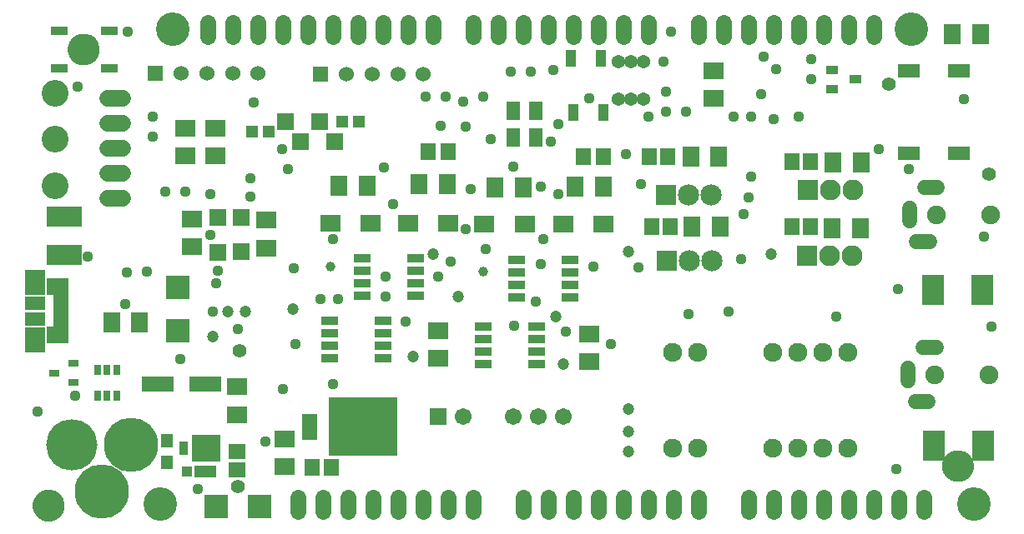
<source format=gbr>
G04 EAGLE Gerber RS-274X export*
G75*
%MOMM*%
%FSLAX34Y34*%
%LPD*%
%INSoldermask Top*%
%IPPOS*%
%AMOC8*
5,1,8,0,0,1.08239X$1,22.5*%
G01*
%ADD10C,3.403200*%
%ADD11R,7.000000X6.000000*%
%ADD12R,1.703200X1.703200*%
%ADD13R,2.006200X1.803200*%
%ADD14R,1.727200X0.965200*%
%ADD15C,1.727200*%
%ADD16C,1.625600*%
%ADD17R,3.203200X1.603200*%
%ADD18R,1.203200X1.403200*%
%ADD19R,3.603200X2.103200*%
%ADD20R,2.870200X2.743200*%
%ADD21R,0.965200X1.473200*%
%ADD22R,2.203200X1.303200*%
%ADD23R,1.003200X1.003200*%
%ADD24R,1.524000X1.524000*%
%ADD25C,1.524000*%
%ADD26R,2.003200X1.803200*%
%ADD27R,1.728200X0.853200*%
%ADD28R,2.123200X2.123200*%
%ADD29C,2.123200*%
%ADD30R,2.153200X2.153200*%
%ADD31C,2.153200*%
%ADD32R,1.803200X2.006200*%
%ADD33R,2.006600X1.676400*%
%ADD34C,1.511200*%
%ADD35C,1.903200*%
%ADD36C,1.928200*%
%ADD37R,1.618200X0.653200*%
%ADD38R,1.711200X1.711200*%
%ADD39C,1.711200*%
%ADD40R,0.711200X1.079500*%
%ADD41R,1.066800X0.685800*%
%ADD42R,1.703200X1.503200*%
%ADD43R,1.503200X1.703200*%
%ADD44R,1.803200X2.003200*%
%ADD45R,1.583200X0.653200*%
%ADD46R,2.303200X1.678200*%
%ADD47R,2.103200X1.378200*%
%ADD48R,2.103200X2.578200*%
%ADD49C,2.184400*%
%ADD50C,1.219200*%
%ADD51R,2.353200X2.403200*%
%ADD52R,2.403200X2.353200*%
%ADD53R,1.503200X1.803200*%
%ADD54C,1.371200*%
%ADD55C,2.723200*%
%ADD56R,1.203200X0.903200*%
%ADD57R,2.228200X1.478200*%
%ADD58R,1.453200X1.953200*%
%ADD59C,5.503200*%
%ADD60C,5.203200*%
%ADD61R,1.066800X1.803400*%
%ADD62R,1.203200X1.303200*%
%ADD63C,1.003200*%
%ADD64C,1.203200*%
%ADD65R,2.223200X3.153200*%
%ADD66C,1.117600*%
%ADD67C,1.422400*%


D10*
X965160Y25560D03*
X152360Y508160D03*
X901660Y508160D03*
X139660Y25560D03*
D11*
X345740Y104300D03*
D12*
X198230Y281910D03*
X198230Y316910D03*
X222200Y282390D03*
X222200Y317390D03*
D13*
X172230Y287140D03*
X172230Y315580D03*
X247160Y285870D03*
X247160Y314310D03*
D14*
X87800Y469140D03*
X37000Y469140D03*
X87800Y507240D03*
X37000Y507240D03*
D15*
X86320Y387510D02*
X101560Y387510D01*
X101560Y412910D02*
X86320Y412910D01*
X86320Y438310D02*
X101560Y438310D01*
X101560Y362110D02*
X86320Y362110D01*
X86320Y336710D02*
X101560Y336710D01*
D16*
X634960Y501048D02*
X634960Y515272D01*
X609560Y515272D02*
X609560Y501048D01*
X584160Y501048D02*
X584160Y515272D01*
X558760Y515272D02*
X558760Y501048D01*
X533360Y501048D02*
X533360Y515272D01*
X507960Y515272D02*
X507960Y501048D01*
X482560Y501048D02*
X482560Y515272D01*
X457160Y515272D02*
X457160Y501048D01*
X416520Y501048D02*
X416520Y515272D01*
X391120Y515272D02*
X391120Y501048D01*
X365720Y501048D02*
X365720Y515272D01*
X340320Y515272D02*
X340320Y501048D01*
X314920Y501048D02*
X314920Y515272D01*
X289520Y515272D02*
X289520Y501048D01*
X264120Y501048D02*
X264120Y515272D01*
X238720Y515272D02*
X238720Y501048D01*
X213320Y501048D02*
X213320Y515272D01*
X187920Y515272D02*
X187920Y501048D01*
D17*
X137504Y148242D03*
X185504Y148242D03*
D16*
X279360Y32672D02*
X279360Y18448D01*
X304760Y18448D02*
X304760Y32672D01*
X330160Y32672D02*
X330160Y18448D01*
X355560Y18448D02*
X355560Y32672D01*
X380960Y32672D02*
X380960Y18448D01*
X406360Y18448D02*
X406360Y32672D01*
X431760Y32672D02*
X431760Y18448D01*
X457160Y18448D02*
X457160Y32672D01*
X507960Y32672D02*
X507960Y18448D01*
X533360Y18448D02*
X533360Y32672D01*
X558760Y32672D02*
X558760Y18448D01*
X584160Y18448D02*
X584160Y32672D01*
X609560Y32672D02*
X609560Y18448D01*
X634960Y18448D02*
X634960Y32672D01*
X660360Y32672D02*
X660360Y18448D01*
X685760Y18448D02*
X685760Y32672D01*
X685760Y501048D02*
X685760Y515272D01*
X711160Y515272D02*
X711160Y501048D01*
X736560Y501048D02*
X736560Y515272D01*
X761960Y515272D02*
X761960Y501048D01*
X787360Y501048D02*
X787360Y515272D01*
X812760Y515272D02*
X812760Y501048D01*
X838160Y501048D02*
X838160Y515272D01*
X863560Y515272D02*
X863560Y501048D01*
X736560Y32672D02*
X736560Y18448D01*
X761960Y18448D02*
X761960Y32672D01*
X787360Y32672D02*
X787360Y18448D01*
X812760Y18448D02*
X812760Y32672D01*
X838160Y32672D02*
X838160Y18448D01*
X863560Y18448D02*
X863560Y32672D01*
X888960Y32672D02*
X888960Y18448D01*
X914360Y18448D02*
X914360Y32672D01*
D18*
X146264Y67900D03*
X146264Y89900D03*
D19*
X42632Y318364D03*
X42632Y279364D03*
D20*
X186792Y82456D03*
D21*
X163292Y82456D03*
D22*
X185776Y59088D03*
D23*
X166776Y59088D03*
D24*
X134580Y463710D03*
D25*
X160742Y463710D03*
X186904Y463710D03*
X213066Y463710D03*
X239228Y463710D03*
D24*
X302220Y462440D03*
D25*
X328382Y462440D03*
X354544Y462440D03*
X380706Y462440D03*
X406868Y462440D03*
D26*
X701000Y466280D03*
X701000Y438280D03*
D27*
X344950Y275750D03*
X344950Y263050D03*
X344950Y250350D03*
X344950Y237650D03*
X399190Y237650D03*
X399190Y250350D03*
X399190Y263050D03*
X399190Y275750D03*
D28*
X796250Y278290D03*
D29*
X819150Y278290D03*
X842050Y278290D03*
D30*
X654010Y273210D03*
D31*
X676910Y273210D03*
X699810Y273210D03*
D32*
X821400Y306230D03*
X849840Y306230D03*
X430740Y350680D03*
X402300Y350680D03*
X321020Y349410D03*
X349460Y349410D03*
X707600Y307500D03*
X679160Y307500D03*
D33*
X390993Y311310D03*
X431887Y311310D03*
X312253Y311310D03*
X353147Y311310D03*
D27*
X311930Y212250D03*
X311930Y199550D03*
X311930Y186850D03*
X311930Y174150D03*
X366170Y174150D03*
X366170Y186850D03*
X366170Y199550D03*
X366170Y212250D03*
D13*
X421600Y202340D03*
X421600Y173900D03*
D34*
X898550Y163980D02*
X898550Y150900D01*
X914010Y184940D02*
X927090Y184940D01*
X919090Y129940D02*
X906010Y129940D01*
D35*
X980550Y157440D03*
X925550Y157440D03*
D27*
X501360Y273800D03*
X501360Y261100D03*
X501360Y248400D03*
X501360Y235700D03*
X555600Y235700D03*
X555600Y248400D03*
X555600Y261100D03*
X555600Y273800D03*
D28*
X796450Y344920D03*
D29*
X819350Y344920D03*
X842250Y344920D03*
D30*
X652940Y339840D03*
D31*
X675840Y339840D03*
X698740Y339840D03*
D32*
X822470Y372950D03*
X850910Y372950D03*
X589290Y348820D03*
X560850Y348820D03*
X479570Y347550D03*
X508010Y347550D03*
X706530Y379210D03*
X678090Y379210D03*
D33*
X548673Y310630D03*
X589567Y310630D03*
X468663Y310630D03*
X509557Y310630D03*
D27*
X467070Y206490D03*
X467070Y193790D03*
X467070Y181090D03*
X467070Y168390D03*
X521310Y168390D03*
X521310Y181090D03*
X521310Y193790D03*
X521310Y206490D03*
D13*
X574680Y198730D03*
X574680Y170290D03*
D34*
X899820Y313460D02*
X899820Y326540D01*
X915280Y347500D02*
X928360Y347500D01*
X920360Y292500D02*
X907280Y292500D01*
D35*
X981820Y320000D03*
X926820Y320000D03*
D36*
X659290Y180090D03*
X684690Y180090D03*
X760890Y180090D03*
X786290Y180090D03*
X811690Y180090D03*
X837090Y180090D03*
X659290Y82300D03*
X684690Y82300D03*
X760890Y82300D03*
X786290Y82300D03*
X811690Y82300D03*
X837090Y82300D03*
D37*
X291140Y114290D03*
X291140Y107790D03*
X291140Y101290D03*
X291140Y94790D03*
X334980Y94790D03*
X334980Y101290D03*
X334980Y107790D03*
X334980Y114290D03*
D38*
X422160Y114920D03*
D39*
X447560Y114920D03*
X498360Y114920D03*
X523760Y114920D03*
X549160Y114920D03*
D40*
X76460Y135896D03*
X85960Y135896D03*
X95460Y135896D03*
X95460Y162185D03*
X85960Y162185D03*
X76460Y162185D03*
D41*
X51412Y149700D03*
X51412Y168700D03*
X32108Y159200D03*
D13*
X217380Y116760D03*
X217380Y145200D03*
D42*
X217920Y60580D03*
X217920Y79580D03*
D43*
X294060Y62780D03*
X313060Y62780D03*
D13*
X266060Y92260D03*
X266060Y63820D03*
D44*
X118880Y210080D03*
X90880Y210080D03*
D45*
X39100Y235000D03*
X39100Y228500D03*
X39100Y222000D03*
X39100Y215500D03*
X39100Y209000D03*
D46*
X35500Y197475D03*
X35500Y246525D03*
D47*
X12500Y230375D03*
X12500Y213625D03*
D48*
X12500Y251125D03*
X12500Y192875D03*
D13*
X195540Y379640D03*
X195540Y408080D03*
X165060Y379640D03*
X165060Y408080D03*
D49*
X57190Y487840D02*
X57192Y487981D01*
X57198Y488122D01*
X57208Y488262D01*
X57222Y488402D01*
X57240Y488542D01*
X57261Y488681D01*
X57287Y488820D01*
X57316Y488958D01*
X57350Y489094D01*
X57387Y489230D01*
X57428Y489365D01*
X57473Y489499D01*
X57522Y489631D01*
X57574Y489762D01*
X57630Y489891D01*
X57690Y490018D01*
X57753Y490144D01*
X57819Y490268D01*
X57890Y490391D01*
X57963Y490511D01*
X58040Y490629D01*
X58120Y490745D01*
X58204Y490858D01*
X58290Y490969D01*
X58380Y491078D01*
X58473Y491184D01*
X58568Y491287D01*
X58667Y491388D01*
X58768Y491486D01*
X58872Y491581D01*
X58979Y491673D01*
X59088Y491762D01*
X59200Y491847D01*
X59314Y491930D01*
X59430Y492010D01*
X59549Y492086D01*
X59670Y492158D01*
X59792Y492228D01*
X59917Y492293D01*
X60043Y492356D01*
X60171Y492414D01*
X60301Y492469D01*
X60432Y492521D01*
X60565Y492568D01*
X60699Y492612D01*
X60834Y492653D01*
X60970Y492689D01*
X61107Y492721D01*
X61245Y492750D01*
X61383Y492775D01*
X61523Y492795D01*
X61663Y492812D01*
X61803Y492825D01*
X61944Y492834D01*
X62084Y492839D01*
X62225Y492840D01*
X62366Y492837D01*
X62507Y492830D01*
X62647Y492819D01*
X62787Y492804D01*
X62927Y492785D01*
X63066Y492763D01*
X63204Y492736D01*
X63342Y492706D01*
X63478Y492671D01*
X63614Y492633D01*
X63748Y492591D01*
X63882Y492545D01*
X64014Y492496D01*
X64144Y492442D01*
X64273Y492385D01*
X64400Y492325D01*
X64526Y492261D01*
X64649Y492193D01*
X64771Y492122D01*
X64891Y492048D01*
X65008Y491970D01*
X65123Y491889D01*
X65236Y491805D01*
X65347Y491718D01*
X65455Y491627D01*
X65560Y491534D01*
X65663Y491437D01*
X65763Y491338D01*
X65860Y491236D01*
X65954Y491131D01*
X66045Y491024D01*
X66133Y490914D01*
X66218Y490802D01*
X66300Y490687D01*
X66379Y490570D01*
X66454Y490451D01*
X66526Y490330D01*
X66594Y490207D01*
X66659Y490082D01*
X66721Y489955D01*
X66778Y489826D01*
X66833Y489696D01*
X66883Y489565D01*
X66930Y489432D01*
X66973Y489298D01*
X67012Y489162D01*
X67047Y489026D01*
X67079Y488889D01*
X67106Y488751D01*
X67130Y488612D01*
X67150Y488472D01*
X67166Y488332D01*
X67178Y488192D01*
X67186Y488051D01*
X67190Y487910D01*
X67190Y487770D01*
X67186Y487629D01*
X67178Y487488D01*
X67166Y487348D01*
X67150Y487208D01*
X67130Y487068D01*
X67106Y486929D01*
X67079Y486791D01*
X67047Y486654D01*
X67012Y486518D01*
X66973Y486382D01*
X66930Y486248D01*
X66883Y486115D01*
X66833Y485984D01*
X66778Y485854D01*
X66721Y485725D01*
X66659Y485598D01*
X66594Y485473D01*
X66526Y485350D01*
X66454Y485229D01*
X66379Y485110D01*
X66300Y484993D01*
X66218Y484878D01*
X66133Y484766D01*
X66045Y484656D01*
X65954Y484549D01*
X65860Y484444D01*
X65763Y484342D01*
X65663Y484243D01*
X65560Y484146D01*
X65455Y484053D01*
X65347Y483962D01*
X65236Y483875D01*
X65123Y483791D01*
X65008Y483710D01*
X64891Y483632D01*
X64771Y483558D01*
X64649Y483487D01*
X64526Y483419D01*
X64400Y483355D01*
X64273Y483295D01*
X64144Y483238D01*
X64014Y483184D01*
X63882Y483135D01*
X63748Y483089D01*
X63614Y483047D01*
X63478Y483009D01*
X63342Y482974D01*
X63204Y482944D01*
X63066Y482917D01*
X62927Y482895D01*
X62787Y482876D01*
X62647Y482861D01*
X62507Y482850D01*
X62366Y482843D01*
X62225Y482840D01*
X62084Y482841D01*
X61944Y482846D01*
X61803Y482855D01*
X61663Y482868D01*
X61523Y482885D01*
X61383Y482905D01*
X61245Y482930D01*
X61107Y482959D01*
X60970Y482991D01*
X60834Y483027D01*
X60699Y483068D01*
X60565Y483112D01*
X60432Y483159D01*
X60301Y483211D01*
X60171Y483266D01*
X60043Y483324D01*
X59917Y483387D01*
X59792Y483452D01*
X59670Y483522D01*
X59549Y483594D01*
X59430Y483670D01*
X59314Y483750D01*
X59200Y483833D01*
X59088Y483918D01*
X58979Y484007D01*
X58872Y484099D01*
X58768Y484194D01*
X58667Y484292D01*
X58568Y484393D01*
X58473Y484496D01*
X58380Y484602D01*
X58290Y484711D01*
X58204Y484822D01*
X58120Y484935D01*
X58040Y485051D01*
X57963Y485169D01*
X57890Y485289D01*
X57819Y485412D01*
X57753Y485536D01*
X57690Y485662D01*
X57630Y485789D01*
X57574Y485918D01*
X57522Y486049D01*
X57473Y486181D01*
X57428Y486315D01*
X57387Y486450D01*
X57350Y486586D01*
X57316Y486722D01*
X57287Y486860D01*
X57261Y486999D01*
X57240Y487138D01*
X57222Y487278D01*
X57208Y487418D01*
X57198Y487558D01*
X57192Y487699D01*
X57190Y487840D01*
D50*
X62190Y487840D03*
D49*
X21630Y24290D02*
X21632Y24431D01*
X21638Y24572D01*
X21648Y24712D01*
X21662Y24852D01*
X21680Y24992D01*
X21701Y25131D01*
X21727Y25270D01*
X21756Y25408D01*
X21790Y25544D01*
X21827Y25680D01*
X21868Y25815D01*
X21913Y25949D01*
X21962Y26081D01*
X22014Y26212D01*
X22070Y26341D01*
X22130Y26468D01*
X22193Y26594D01*
X22259Y26718D01*
X22330Y26841D01*
X22403Y26961D01*
X22480Y27079D01*
X22560Y27195D01*
X22644Y27308D01*
X22730Y27419D01*
X22820Y27528D01*
X22913Y27634D01*
X23008Y27737D01*
X23107Y27838D01*
X23208Y27936D01*
X23312Y28031D01*
X23419Y28123D01*
X23528Y28212D01*
X23640Y28297D01*
X23754Y28380D01*
X23870Y28460D01*
X23989Y28536D01*
X24110Y28608D01*
X24232Y28678D01*
X24357Y28743D01*
X24483Y28806D01*
X24611Y28864D01*
X24741Y28919D01*
X24872Y28971D01*
X25005Y29018D01*
X25139Y29062D01*
X25274Y29103D01*
X25410Y29139D01*
X25547Y29171D01*
X25685Y29200D01*
X25823Y29225D01*
X25963Y29245D01*
X26103Y29262D01*
X26243Y29275D01*
X26384Y29284D01*
X26524Y29289D01*
X26665Y29290D01*
X26806Y29287D01*
X26947Y29280D01*
X27087Y29269D01*
X27227Y29254D01*
X27367Y29235D01*
X27506Y29213D01*
X27644Y29186D01*
X27782Y29156D01*
X27918Y29121D01*
X28054Y29083D01*
X28188Y29041D01*
X28322Y28995D01*
X28454Y28946D01*
X28584Y28892D01*
X28713Y28835D01*
X28840Y28775D01*
X28966Y28711D01*
X29089Y28643D01*
X29211Y28572D01*
X29331Y28498D01*
X29448Y28420D01*
X29563Y28339D01*
X29676Y28255D01*
X29787Y28168D01*
X29895Y28077D01*
X30000Y27984D01*
X30103Y27887D01*
X30203Y27788D01*
X30300Y27686D01*
X30394Y27581D01*
X30485Y27474D01*
X30573Y27364D01*
X30658Y27252D01*
X30740Y27137D01*
X30819Y27020D01*
X30894Y26901D01*
X30966Y26780D01*
X31034Y26657D01*
X31099Y26532D01*
X31161Y26405D01*
X31218Y26276D01*
X31273Y26146D01*
X31323Y26015D01*
X31370Y25882D01*
X31413Y25748D01*
X31452Y25612D01*
X31487Y25476D01*
X31519Y25339D01*
X31546Y25201D01*
X31570Y25062D01*
X31590Y24922D01*
X31606Y24782D01*
X31618Y24642D01*
X31626Y24501D01*
X31630Y24360D01*
X31630Y24220D01*
X31626Y24079D01*
X31618Y23938D01*
X31606Y23798D01*
X31590Y23658D01*
X31570Y23518D01*
X31546Y23379D01*
X31519Y23241D01*
X31487Y23104D01*
X31452Y22968D01*
X31413Y22832D01*
X31370Y22698D01*
X31323Y22565D01*
X31273Y22434D01*
X31218Y22304D01*
X31161Y22175D01*
X31099Y22048D01*
X31034Y21923D01*
X30966Y21800D01*
X30894Y21679D01*
X30819Y21560D01*
X30740Y21443D01*
X30658Y21328D01*
X30573Y21216D01*
X30485Y21106D01*
X30394Y20999D01*
X30300Y20894D01*
X30203Y20792D01*
X30103Y20693D01*
X30000Y20596D01*
X29895Y20503D01*
X29787Y20412D01*
X29676Y20325D01*
X29563Y20241D01*
X29448Y20160D01*
X29331Y20082D01*
X29211Y20008D01*
X29089Y19937D01*
X28966Y19869D01*
X28840Y19805D01*
X28713Y19745D01*
X28584Y19688D01*
X28454Y19634D01*
X28322Y19585D01*
X28188Y19539D01*
X28054Y19497D01*
X27918Y19459D01*
X27782Y19424D01*
X27644Y19394D01*
X27506Y19367D01*
X27367Y19345D01*
X27227Y19326D01*
X27087Y19311D01*
X26947Y19300D01*
X26806Y19293D01*
X26665Y19290D01*
X26524Y19291D01*
X26384Y19296D01*
X26243Y19305D01*
X26103Y19318D01*
X25963Y19335D01*
X25823Y19355D01*
X25685Y19380D01*
X25547Y19409D01*
X25410Y19441D01*
X25274Y19477D01*
X25139Y19518D01*
X25005Y19562D01*
X24872Y19609D01*
X24741Y19661D01*
X24611Y19716D01*
X24483Y19774D01*
X24357Y19837D01*
X24232Y19902D01*
X24110Y19972D01*
X23989Y20044D01*
X23870Y20120D01*
X23754Y20200D01*
X23640Y20283D01*
X23528Y20368D01*
X23419Y20457D01*
X23312Y20549D01*
X23208Y20644D01*
X23107Y20742D01*
X23008Y20843D01*
X22913Y20946D01*
X22820Y21052D01*
X22730Y21161D01*
X22644Y21272D01*
X22560Y21385D01*
X22480Y21501D01*
X22403Y21619D01*
X22330Y21739D01*
X22259Y21862D01*
X22193Y21986D01*
X22130Y22112D01*
X22070Y22239D01*
X22014Y22368D01*
X21962Y22499D01*
X21913Y22631D01*
X21868Y22765D01*
X21827Y22900D01*
X21790Y23036D01*
X21756Y23172D01*
X21727Y23310D01*
X21701Y23449D01*
X21680Y23588D01*
X21662Y23728D01*
X21648Y23868D01*
X21638Y24008D01*
X21632Y24149D01*
X21630Y24290D01*
D50*
X26630Y24290D03*
D49*
X944158Y64422D02*
X944160Y64563D01*
X944166Y64704D01*
X944176Y64844D01*
X944190Y64984D01*
X944208Y65124D01*
X944229Y65263D01*
X944255Y65402D01*
X944284Y65540D01*
X944318Y65676D01*
X944355Y65812D01*
X944396Y65947D01*
X944441Y66081D01*
X944490Y66213D01*
X944542Y66344D01*
X944598Y66473D01*
X944658Y66600D01*
X944721Y66726D01*
X944787Y66850D01*
X944858Y66973D01*
X944931Y67093D01*
X945008Y67211D01*
X945088Y67327D01*
X945172Y67440D01*
X945258Y67551D01*
X945348Y67660D01*
X945441Y67766D01*
X945536Y67869D01*
X945635Y67970D01*
X945736Y68068D01*
X945840Y68163D01*
X945947Y68255D01*
X946056Y68344D01*
X946168Y68429D01*
X946282Y68512D01*
X946398Y68592D01*
X946517Y68668D01*
X946638Y68740D01*
X946760Y68810D01*
X946885Y68875D01*
X947011Y68938D01*
X947139Y68996D01*
X947269Y69051D01*
X947400Y69103D01*
X947533Y69150D01*
X947667Y69194D01*
X947802Y69235D01*
X947938Y69271D01*
X948075Y69303D01*
X948213Y69332D01*
X948351Y69357D01*
X948491Y69377D01*
X948631Y69394D01*
X948771Y69407D01*
X948912Y69416D01*
X949052Y69421D01*
X949193Y69422D01*
X949334Y69419D01*
X949475Y69412D01*
X949615Y69401D01*
X949755Y69386D01*
X949895Y69367D01*
X950034Y69345D01*
X950172Y69318D01*
X950310Y69288D01*
X950446Y69253D01*
X950582Y69215D01*
X950716Y69173D01*
X950850Y69127D01*
X950982Y69078D01*
X951112Y69024D01*
X951241Y68967D01*
X951368Y68907D01*
X951494Y68843D01*
X951617Y68775D01*
X951739Y68704D01*
X951859Y68630D01*
X951976Y68552D01*
X952091Y68471D01*
X952204Y68387D01*
X952315Y68300D01*
X952423Y68209D01*
X952528Y68116D01*
X952631Y68019D01*
X952731Y67920D01*
X952828Y67818D01*
X952922Y67713D01*
X953013Y67606D01*
X953101Y67496D01*
X953186Y67384D01*
X953268Y67269D01*
X953347Y67152D01*
X953422Y67033D01*
X953494Y66912D01*
X953562Y66789D01*
X953627Y66664D01*
X953689Y66537D01*
X953746Y66408D01*
X953801Y66278D01*
X953851Y66147D01*
X953898Y66014D01*
X953941Y65880D01*
X953980Y65744D01*
X954015Y65608D01*
X954047Y65471D01*
X954074Y65333D01*
X954098Y65194D01*
X954118Y65054D01*
X954134Y64914D01*
X954146Y64774D01*
X954154Y64633D01*
X954158Y64492D01*
X954158Y64352D01*
X954154Y64211D01*
X954146Y64070D01*
X954134Y63930D01*
X954118Y63790D01*
X954098Y63650D01*
X954074Y63511D01*
X954047Y63373D01*
X954015Y63236D01*
X953980Y63100D01*
X953941Y62964D01*
X953898Y62830D01*
X953851Y62697D01*
X953801Y62566D01*
X953746Y62436D01*
X953689Y62307D01*
X953627Y62180D01*
X953562Y62055D01*
X953494Y61932D01*
X953422Y61811D01*
X953347Y61692D01*
X953268Y61575D01*
X953186Y61460D01*
X953101Y61348D01*
X953013Y61238D01*
X952922Y61131D01*
X952828Y61026D01*
X952731Y60924D01*
X952631Y60825D01*
X952528Y60728D01*
X952423Y60635D01*
X952315Y60544D01*
X952204Y60457D01*
X952091Y60373D01*
X951976Y60292D01*
X951859Y60214D01*
X951739Y60140D01*
X951617Y60069D01*
X951494Y60001D01*
X951368Y59937D01*
X951241Y59877D01*
X951112Y59820D01*
X950982Y59766D01*
X950850Y59717D01*
X950716Y59671D01*
X950582Y59629D01*
X950446Y59591D01*
X950310Y59556D01*
X950172Y59526D01*
X950034Y59499D01*
X949895Y59477D01*
X949755Y59458D01*
X949615Y59443D01*
X949475Y59432D01*
X949334Y59425D01*
X949193Y59422D01*
X949052Y59423D01*
X948912Y59428D01*
X948771Y59437D01*
X948631Y59450D01*
X948491Y59467D01*
X948351Y59487D01*
X948213Y59512D01*
X948075Y59541D01*
X947938Y59573D01*
X947802Y59609D01*
X947667Y59650D01*
X947533Y59694D01*
X947400Y59741D01*
X947269Y59793D01*
X947139Y59848D01*
X947011Y59906D01*
X946885Y59969D01*
X946760Y60034D01*
X946638Y60104D01*
X946517Y60176D01*
X946398Y60252D01*
X946282Y60332D01*
X946168Y60415D01*
X946056Y60500D01*
X945947Y60589D01*
X945840Y60681D01*
X945736Y60776D01*
X945635Y60874D01*
X945536Y60975D01*
X945441Y61078D01*
X945348Y61184D01*
X945258Y61293D01*
X945172Y61404D01*
X945088Y61517D01*
X945008Y61633D01*
X944931Y61751D01*
X944858Y61871D01*
X944787Y61994D01*
X944721Y62118D01*
X944658Y62244D01*
X944598Y62371D01*
X944542Y62500D01*
X944490Y62631D01*
X944441Y62763D01*
X944396Y62897D01*
X944355Y63032D01*
X944318Y63168D01*
X944284Y63304D01*
X944255Y63442D01*
X944229Y63581D01*
X944208Y63720D01*
X944190Y63860D01*
X944176Y64000D01*
X944166Y64140D01*
X944160Y64281D01*
X944158Y64422D01*
D50*
X949158Y64422D03*
D51*
X157440Y201680D03*
X157440Y245680D03*
D52*
X196400Y23020D03*
X240400Y23020D03*
D43*
X799400Y307500D03*
X780400Y307500D03*
X657160Y307500D03*
X638160Y307500D03*
X799400Y373540D03*
X780400Y373540D03*
X654620Y378620D03*
X635620Y378620D03*
D53*
X431600Y383700D03*
X411600Y383700D03*
X589080Y378620D03*
X569080Y378620D03*
D54*
X604480Y475140D03*
X617180Y475140D03*
X629880Y475140D03*
X604480Y437040D03*
X617180Y437040D03*
X629880Y437040D03*
D55*
X32980Y349400D03*
X32980Y396400D03*
X32980Y443400D03*
D32*
X971760Y503080D03*
X943320Y503080D03*
D56*
X821080Y466860D03*
X821080Y447860D03*
X845080Y457360D03*
D57*
X949900Y382720D03*
X899140Y465960D03*
X899140Y382720D03*
X949900Y465960D03*
D58*
X497800Y398140D03*
X497800Y425140D03*
X520660Y425140D03*
X520660Y398140D03*
D59*
X110196Y85758D03*
D60*
X50196Y85758D03*
D59*
X80196Y38758D03*
D61*
X556474Y478950D03*
X586954Y478950D03*
X559014Y423832D03*
X589494Y423832D03*
D12*
X301940Y414180D03*
X266940Y414180D03*
X282180Y393860D03*
X317180Y393860D03*
D62*
X249760Y404020D03*
X232760Y404020D03*
X324200Y414180D03*
X341200Y414180D03*
D63*
X312380Y266860D03*
X467320Y261780D03*
D64*
X416520Y279560D03*
X274280Y223680D03*
X540980Y216060D03*
X441920Y236380D03*
X396200Y175420D03*
X548600Y167800D03*
X759420Y279560D03*
X614640Y282100D03*
X193000Y195740D03*
X226020Y221140D03*
X614640Y99220D03*
X208240Y221140D03*
X614640Y122080D03*
X614640Y78900D03*
D65*
X924254Y85334D03*
X974254Y85334D03*
X924000Y243840D03*
X974000Y243840D03*
D66*
X55840Y449740D03*
X657820Y505620D03*
X360640Y101760D03*
X104100Y228760D03*
X159980Y172880D03*
X469860Y284640D03*
X218400Y203360D03*
X955000Y437040D03*
X368260Y236380D03*
X728940Y274480D03*
X652740Y424340D03*
X264120Y142400D03*
X731480Y320200D03*
X749260Y442120D03*
X234422Y433718D03*
X739588Y419748D03*
X751800Y480220D03*
X499040Y207170D03*
X314920Y147480D03*
X454620Y345600D03*
X193000Y221140D03*
X886420Y61120D03*
X736306Y337726D03*
X899120Y365920D03*
X198080Y263050D03*
X196810Y250350D03*
X449540Y304960D03*
X800060Y457360D03*
X764500Y467520D03*
X314920Y294800D03*
X429220Y439580D03*
X596860Y188120D03*
D67*
X218400Y43340D03*
D66*
X302220Y233840D03*
X165060Y343060D03*
X320000Y233840D03*
X190460Y340520D03*
X269200Y365920D03*
X106640Y505620D03*
X66508Y277020D03*
X105624Y261272D03*
X125944Y262288D03*
X275550Y265590D03*
X190460Y299626D03*
X132040Y419260D03*
X132040Y398940D03*
D67*
X980400Y360840D03*
D66*
X627340Y350680D03*
X144740Y343060D03*
X538440Y467266D03*
X467320Y439580D03*
X624916Y266744D03*
X525740Y269400D03*
X368260Y256700D03*
X474940Y396400D03*
X868640Y386240D03*
X650200Y475140D03*
X543404Y340636D03*
X366512Y368206D03*
X673060Y424340D03*
X495260Y464980D03*
X515580Y464980D03*
X535900Y393860D03*
X652740Y444660D03*
X575270Y438310D03*
X424100Y410624D03*
X634960Y419260D03*
X497800Y368460D03*
X434300Y271940D03*
X375880Y330360D03*
X525740Y348140D03*
X528280Y294800D03*
X421600Y256700D03*
X388580Y210980D03*
X276820Y188120D03*
X825460Y216060D03*
D67*
X878800Y452280D03*
D66*
X612100Y381160D03*
X551140Y200820D03*
X579080Y266860D03*
X520660Y231300D03*
X888198Y244254D03*
X246340Y89060D03*
X53300Y135896D03*
D67*
X220080Y181360D03*
D66*
X15200Y119540D03*
X177760Y40800D03*
X231100Y356776D03*
X739100Y358300D03*
X721320Y419260D03*
X761960Y416720D03*
X787360Y419260D03*
X231100Y337980D03*
X447000Y434500D03*
X408900Y439580D03*
X263104Y386240D03*
X982940Y205900D03*
X716240Y221140D03*
X975320Y297340D03*
X675600Y218600D03*
X800060Y477680D03*
X449540Y409354D03*
X543520Y411640D03*
M02*

</source>
